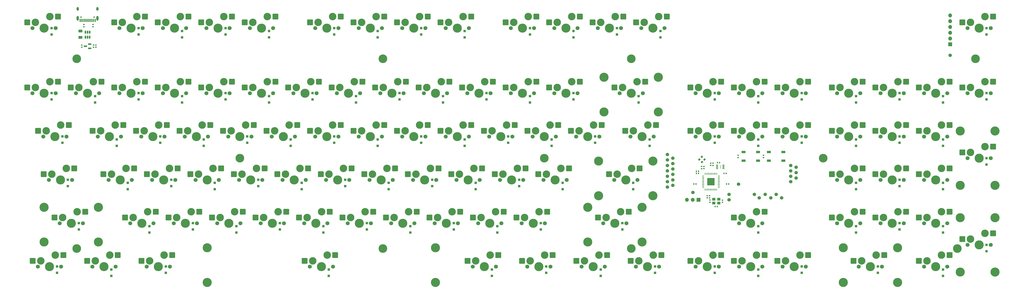
<source format=gbr>
%TF.GenerationSoftware,KiCad,Pcbnew,8.0.8*%
%TF.CreationDate,2025-02-23T09:58:19+01:00*%
%TF.ProjectId,fullsized keybored 3v3,66756c6c-7369-47a6-9564-206b6579626f,rev?*%
%TF.SameCoordinates,Original*%
%TF.FileFunction,Soldermask,Bot*%
%TF.FilePolarity,Negative*%
%FSLAX46Y46*%
G04 Gerber Fmt 4.6, Leading zero omitted, Abs format (unit mm)*
G04 Created by KiCad (PCBNEW 8.0.8) date 2025-02-23 09:58:19*
%MOMM*%
%LPD*%
G01*
G04 APERTURE LIST*
G04 Aperture macros list*
%AMRoundRect*
0 Rectangle with rounded corners*
0 $1 Rounding radius*
0 $2 $3 $4 $5 $6 $7 $8 $9 X,Y pos of 4 corners*
0 Add a 4 corners polygon primitive as box body*
4,1,4,$2,$3,$4,$5,$6,$7,$8,$9,$2,$3,0*
0 Add four circle primitives for the rounded corners*
1,1,$1+$1,$2,$3*
1,1,$1+$1,$4,$5*
1,1,$1+$1,$6,$7*
1,1,$1+$1,$8,$9*
0 Add four rect primitives between the rounded corners*
20,1,$1+$1,$2,$3,$4,$5,0*
20,1,$1+$1,$4,$5,$6,$7,0*
20,1,$1+$1,$6,$7,$8,$9,0*
20,1,$1+$1,$8,$9,$2,$3,0*%
G04 Aperture macros list end*
%ADD10C,1.500000*%
%ADD11C,3.800000*%
%ADD12C,4.000000*%
%ADD13C,3.987800*%
%ADD14RoundRect,0.250000X0.300000X-0.300000X0.300000X0.300000X-0.300000X0.300000X-0.300000X-0.300000X0*%
%ADD15RoundRect,0.140000X-0.170000X0.140000X-0.170000X-0.140000X0.170000X-0.140000X0.170000X0.140000X0*%
%ADD16RoundRect,0.140000X0.170000X-0.140000X0.170000X0.140000X-0.170000X0.140000X-0.170000X-0.140000X0*%
%ADD17C,1.750000*%
%ADD18C,3.300000*%
%ADD19RoundRect,0.250000X1.025000X1.000000X-1.025000X1.000000X-1.025000X-1.000000X1.025000X-1.000000X0*%
%ADD20RoundRect,0.150000X0.150000X-0.512500X0.150000X0.512500X-0.150000X0.512500X-0.150000X-0.512500X0*%
%ADD21R,0.900000X0.300000*%
%ADD22R,0.250000X1.650000*%
%ADD23RoundRect,0.250000X-0.625000X0.375000X-0.625000X-0.375000X0.625000X-0.375000X0.625000X0.375000X0*%
%ADD24RoundRect,0.140000X-0.140000X-0.170000X0.140000X-0.170000X0.140000X0.170000X-0.140000X0.170000X0*%
%ADD25RoundRect,0.150000X0.587500X0.150000X-0.587500X0.150000X-0.587500X-0.150000X0.587500X-0.150000X0*%
%ADD26R,1.700000X1.700000*%
%ADD27O,1.700000X1.700000*%
%ADD28RoundRect,0.140000X0.140000X0.170000X-0.140000X0.170000X-0.140000X-0.170000X0.140000X-0.170000X0*%
%ADD29R,1.700000X1.000000*%
%ADD30RoundRect,0.135000X-0.185000X0.135000X-0.185000X-0.135000X0.185000X-0.135000X0.185000X0.135000X0*%
%ADD31RoundRect,0.135000X0.185000X-0.135000X0.185000X0.135000X-0.185000X0.135000X-0.185000X-0.135000X0*%
%ADD32RoundRect,0.050000X0.387500X0.050000X-0.387500X0.050000X-0.387500X-0.050000X0.387500X-0.050000X0*%
%ADD33RoundRect,0.050000X0.050000X0.387500X-0.050000X0.387500X-0.050000X-0.387500X0.050000X-0.387500X0*%
%ADD34RoundRect,0.144000X1.456000X1.456000X-1.456000X1.456000X-1.456000X-1.456000X1.456000X-1.456000X0*%
%ADD35RoundRect,0.200000X-0.335876X-0.053033X-0.053033X-0.335876X0.335876X0.053033X0.053033X0.335876X0*%
%ADD36R,1.400000X1.200000*%
%ADD37C,0.650000*%
%ADD38R,0.600000X1.450000*%
%ADD39R,0.300000X1.450000*%
%ADD40O,1.000000X1.600000*%
%ADD41O,1.000000X2.100000*%
G04 APERTURE END LIST*
D10*
%TO.C,J31*%
X299243750Y-106362500D03*
%TD*%
%TO.C,J29*%
X299243750Y-108743750D03*
%TD*%
%TO.C,J23*%
X299243750Y-115887500D03*
%TD*%
%TO.C,J21*%
X299243750Y-118268750D03*
%TD*%
%TO.C,J11*%
X353218750Y-113506250D03*
%TD*%
%TO.C,J14*%
X330357184Y-117008098D03*
%TD*%
D11*
%TO.C,H7*%
X283368750Y-145256250D03*
%TD*%
D10*
%TO.C,J10*%
X326231250Y-123825000D03*
%TD*%
%TO.C,J30*%
X301625000Y-107950000D03*
%TD*%
%TO.C,J32*%
X301625000Y-105568750D03*
%TD*%
%TO.C,J33*%
X299243750Y-103981250D03*
%TD*%
%TO.C,J28*%
X301625000Y-110331250D03*
%TD*%
D12*
%TO.C,S7*%
X442753750Y-131762500D03*
D13*
X427513750Y-131762500D03*
D12*
X442753750Y-155575000D03*
D13*
X427513750Y-155575000D03*
%TD*%
D10*
%TO.C,J25*%
X299243750Y-113506250D03*
%TD*%
D11*
%TO.C,H8*%
X426243750Y-145256250D03*
%TD*%
%TO.C,H3*%
X283368750Y-61912500D03*
%TD*%
D12*
%TO.C,S8*%
X442753750Y-93662500D03*
D13*
X427513750Y-93662500D03*
D12*
X442753750Y-117475000D03*
D13*
X427513750Y-117475000D03*
%TD*%
D10*
%TO.C,J16*%
X346868750Y-121443750D03*
%TD*%
D11*
%TO.C,H11*%
X367506250Y-105568750D03*
%TD*%
D10*
%TO.C,J20*%
X337343750Y-121443750D03*
%TD*%
%TO.C,J26*%
X301625000Y-112712500D03*
%TD*%
D11*
%TO.C,H1*%
X40481250Y-61912500D03*
%TD*%
D10*
%TO.C,J19*%
X339437500Y-123031250D03*
%TD*%
%TO.C,J24*%
X301625000Y-115093750D03*
%TD*%
%TO.C,J17*%
X344487500Y-123031250D03*
%TD*%
%TO.C,J4*%
X326231250Y-121443750D03*
%TD*%
D11*
%TO.C,H2*%
X174625000Y-61912500D03*
%TD*%
D12*
%TO.C,S2*%
X26193750Y-127158750D03*
D13*
X26193750Y-142398750D03*
D12*
X50006250Y-127158750D03*
D13*
X50006250Y-142398750D03*
%TD*%
D10*
%TO.C,J6*%
X355600000Y-109537500D03*
%TD*%
D11*
%TO.C,H4*%
X434181250Y-61912500D03*
%TD*%
%TO.C,H5*%
X40481250Y-145256250D03*
%TD*%
%TO.C,H6*%
X174625000Y-145256250D03*
%TD*%
D10*
%TO.C,J15*%
X349250000Y-123031250D03*
%TD*%
%TO.C,J27*%
X299243750Y-111125000D03*
%TD*%
%TO.C,J18*%
X342106250Y-121443750D03*
%TD*%
D12*
%TO.C,S3*%
X264318750Y-127158750D03*
D13*
X264318750Y-142398750D03*
D12*
X288131250Y-127158750D03*
D13*
X288131250Y-142398750D03*
%TD*%
D10*
%TO.C,J22*%
X301625000Y-117475000D03*
%TD*%
%TO.C,J13*%
X353218750Y-115887500D03*
%TD*%
%TO.C,J3*%
X310400000Y-120650000D03*
%TD*%
D12*
%TO.C,S1*%
X197643750Y-160178750D03*
D13*
X197643750Y-144938750D03*
D12*
X97631250Y-160178750D03*
D13*
X97631250Y-144938750D03*
%TD*%
D12*
%TO.C,S5*%
X271462500Y-70008750D03*
D13*
X271462500Y-85248750D03*
D12*
X295275000Y-70008750D03*
D13*
X295275000Y-85248750D03*
%TD*%
D11*
%TO.C,H10*%
X245268750Y-105568750D03*
%TD*%
D10*
%TO.C,J12*%
X355600000Y-114300000D03*
%TD*%
%TO.C,J8*%
X355600000Y-111918750D03*
%TD*%
%TO.C,J5*%
X353218750Y-108743750D03*
%TD*%
D12*
%TO.C,S6*%
X400050000Y-160178750D03*
D13*
X400050000Y-144938750D03*
D12*
X376237500Y-160178750D03*
D13*
X376237500Y-144938750D03*
%TD*%
D10*
%TO.C,J7*%
X353218750Y-111125000D03*
%TD*%
D12*
%TO.C,S4*%
X292893750Y-122078750D03*
D13*
X292893750Y-106838750D03*
D12*
X269081250Y-122078750D03*
D13*
X269081250Y-106838750D03*
%TD*%
D11*
%TO.C,H9*%
X111918750Y-105568750D03*
%TD*%
D10*
%TO.C,J9*%
X423068750Y-60325000D03*
%TD*%
D14*
%TO.C,D4*%
X105676670Y-51187500D03*
X105676670Y-48387500D03*
%TD*%
D15*
%TO.C,C14*%
X317656250Y-122088164D03*
X317656250Y-123048164D03*
%TD*%
D16*
%TO.C,C2*%
X323388496Y-124942500D03*
X323388496Y-123982500D03*
%TD*%
D17*
%TO.C,MX45*%
X212248750Y-96043750D03*
D13*
X207168750Y-96043750D03*
D17*
X202088750Y-96043750D03*
D18*
X203358750Y-93503750D03*
D19*
X199808750Y-93503750D03*
X213258750Y-90963750D03*
D18*
X209708750Y-90963750D03*
%TD*%
D17*
%TO.C,MX98*%
X321786250Y-153193750D03*
D13*
X316706250Y-153193750D03*
D17*
X311626250Y-153193750D03*
D18*
X312896250Y-150653750D03*
D19*
X309346250Y-150653750D03*
X322796250Y-148113750D03*
D18*
X319246250Y-148113750D03*
%TD*%
D20*
%TO.C,U2*%
X46193750Y-52431250D03*
X45243750Y-52431250D03*
X44293750Y-52431250D03*
X44293750Y-50156250D03*
X45243750Y-50156250D03*
X46193750Y-50156250D03*
%TD*%
D17*
%TO.C,MX57*%
X38417500Y-115093750D03*
D13*
X33337500Y-115093750D03*
D17*
X28257500Y-115093750D03*
D18*
X29527500Y-112553750D03*
D19*
X25977500Y-112553750D03*
X39427500Y-110013750D03*
D18*
X35877500Y-110013750D03*
%TD*%
D17*
%TO.C,MX27*%
X259873750Y-76993750D03*
D13*
X254793750Y-76993750D03*
D17*
X249713750Y-76993750D03*
D18*
X250983750Y-74453750D03*
D19*
X247433750Y-74453750D03*
X260883750Y-71913750D03*
D18*
X257333750Y-71913750D03*
%TD*%
D14*
%TO.C,D56*%
X439051670Y-108337500D03*
X439051670Y-105537500D03*
%TD*%
D17*
%TO.C,MX40*%
X116998750Y-96043750D03*
D13*
X111918750Y-96043750D03*
D17*
X106838750Y-96043750D03*
D18*
X108108750Y-93503750D03*
D19*
X104558750Y-93503750D03*
X118008750Y-90963750D03*
D18*
X114458750Y-90963750D03*
%TD*%
D17*
%TO.C,MX60*%
X102711250Y-115093750D03*
D13*
X97631250Y-115093750D03*
D17*
X92551250Y-115093750D03*
D18*
X93821250Y-112553750D03*
D19*
X90271250Y-112553750D03*
X103721250Y-110013750D03*
D18*
X100171250Y-110013750D03*
%TD*%
D14*
%TO.C,D98*%
X319989170Y-155962500D03*
X319989170Y-153162500D03*
%TD*%
D21*
%TO.C,IC1*%
X323818750Y-108631250D03*
X323818750Y-109131250D03*
X323818750Y-109631250D03*
X323818750Y-110131250D03*
X321018750Y-110131250D03*
X321018750Y-109631250D03*
X321018750Y-109131250D03*
X321018750Y-108631250D03*
D22*
X322418750Y-109381250D03*
%TD*%
D17*
%TO.C,MX17*%
X69373750Y-76993750D03*
D13*
X64293750Y-76993750D03*
D17*
X59213750Y-76993750D03*
D18*
X60483750Y-74453750D03*
D19*
X56933750Y-74453750D03*
X70383750Y-71913750D03*
D18*
X66833750Y-71913750D03*
%TD*%
D17*
%TO.C,MX84*%
X281305000Y-134143750D03*
D13*
X276225000Y-134143750D03*
D17*
X271145000Y-134143750D03*
D18*
X272415000Y-131603750D03*
D19*
X268865000Y-131603750D03*
X282315000Y-129063750D03*
D18*
X278765000Y-129063750D03*
%TD*%
D14*
%TO.C,D8*%
X191401670Y-51187500D03*
X191401670Y-48387500D03*
%TD*%
D23*
%TO.C,F1*%
X42068750Y-49706250D03*
X42068750Y-52506250D03*
%TD*%
D14*
%TO.C,D58*%
X62814170Y-119175000D03*
X62814170Y-116375000D03*
%TD*%
%TO.C,D85*%
X339039170Y-138225000D03*
X339039170Y-135425000D03*
%TD*%
D17*
%TO.C,MX33*%
X402748750Y-76993750D03*
D13*
X397668750Y-76993750D03*
D17*
X392588750Y-76993750D03*
D18*
X393858750Y-74453750D03*
D19*
X390308750Y-74453750D03*
X403758750Y-71913750D03*
D18*
X400208750Y-71913750D03*
%TD*%
D17*
%TO.C,MX7*%
X174148750Y-48418750D03*
D13*
X169068750Y-48418750D03*
D17*
X163988750Y-48418750D03*
D18*
X165258750Y-45878750D03*
D19*
X161708750Y-45878750D03*
X175158750Y-43338750D03*
D18*
X171608750Y-43338750D03*
%TD*%
D17*
%TO.C,MX8*%
X193198750Y-48418750D03*
D13*
X188118750Y-48418750D03*
D17*
X183038750Y-48418750D03*
D18*
X184308750Y-45878750D03*
D19*
X180758750Y-45878750D03*
X194208750Y-43338750D03*
D18*
X190658750Y-43338750D03*
%TD*%
D14*
%TO.C,D67*%
X234264170Y-117862500D03*
X234264170Y-115062500D03*
%TD*%
%TO.C,D35*%
X439051670Y-79762500D03*
X439051670Y-76962500D03*
%TD*%
%TO.C,D29*%
X319989170Y-79762500D03*
X319989170Y-76962500D03*
%TD*%
%TO.C,D24*%
X200926670Y-81075000D03*
X200926670Y-78275000D03*
%TD*%
D17*
%TO.C,MX18*%
X88423750Y-76993750D03*
D13*
X83343750Y-76993750D03*
D17*
X78263750Y-76993750D03*
D18*
X79533750Y-74453750D03*
D19*
X75983750Y-74453750D03*
X89433750Y-71913750D03*
D18*
X85883750Y-71913750D03*
%TD*%
D14*
%TO.C,D36*%
X34239170Y-98812500D03*
X34239170Y-96012500D03*
%TD*%
D17*
%TO.C,MX65*%
X197961250Y-115093750D03*
D13*
X192881250Y-115093750D03*
D17*
X187801250Y-115093750D03*
D18*
X189071250Y-112553750D03*
D19*
X185521250Y-112553750D03*
X198971250Y-110013750D03*
D18*
X195421250Y-110013750D03*
%TD*%
D17*
%TO.C,MX80*%
X188436250Y-134143750D03*
D13*
X183356250Y-134143750D03*
D17*
X178276250Y-134143750D03*
D18*
X179546250Y-131603750D03*
D19*
X175996250Y-131603750D03*
X189446250Y-129063750D03*
D18*
X185896250Y-129063750D03*
%TD*%
D14*
%TO.C,D22*%
X162826670Y-81075000D03*
X162826670Y-78275000D03*
%TD*%
%TO.C,D69*%
X284270420Y-119175000D03*
X284270420Y-116375000D03*
%TD*%
D24*
%TO.C,C13*%
X325113750Y-116895613D03*
X326073750Y-116895613D03*
%TD*%
D14*
%TO.C,D34*%
X420001670Y-81075000D03*
X420001670Y-78275000D03*
%TD*%
%TO.C,D41*%
X134251670Y-100125000D03*
X134251670Y-97325000D03*
%TD*%
D17*
%TO.C,MX88*%
X421798750Y-134143750D03*
D13*
X416718750Y-134143750D03*
D17*
X411638750Y-134143750D03*
D18*
X412908750Y-131603750D03*
D19*
X409358750Y-131603750D03*
X422808750Y-129063750D03*
D18*
X419258750Y-129063750D03*
%TD*%
D17*
%TO.C,MX38*%
X78898750Y-96043750D03*
D13*
X73818750Y-96043750D03*
D17*
X68738750Y-96043750D03*
D18*
X70008750Y-93503750D03*
D19*
X66458750Y-93503750D03*
X79908750Y-90963750D03*
D18*
X76358750Y-90963750D03*
%TD*%
D14*
%TO.C,D92*%
X79482920Y-155962500D03*
X79482920Y-153162500D03*
%TD*%
D17*
%TO.C,MX74*%
X74136250Y-134143750D03*
D13*
X69056250Y-134143750D03*
D17*
X63976250Y-134143750D03*
D18*
X65246250Y-131603750D03*
D19*
X61696250Y-131603750D03*
X75146250Y-129063750D03*
D18*
X71596250Y-129063750D03*
%TD*%
D17*
%TO.C,MX66*%
X217011250Y-115093750D03*
D13*
X211931250Y-115093750D03*
D17*
X206851250Y-115093750D03*
D18*
X208121250Y-112553750D03*
D19*
X204571250Y-112553750D03*
X218021250Y-110013750D03*
D18*
X214471250Y-110013750D03*
%TD*%
D14*
%TO.C,D7*%
X172351670Y-52500000D03*
X172351670Y-49700000D03*
%TD*%
D17*
%TO.C,MX71*%
X402748750Y-115093750D03*
D13*
X397668750Y-115093750D03*
D17*
X392588750Y-115093750D03*
D18*
X393858750Y-112553750D03*
D19*
X390308750Y-112553750D03*
X403758750Y-110013750D03*
D18*
X400208750Y-110013750D03*
%TD*%
D24*
%TO.C,C12*%
X324006250Y-112275000D03*
X324966250Y-112275000D03*
%TD*%
D14*
%TO.C,D74*%
X72339170Y-138225000D03*
X72339170Y-135425000D03*
%TD*%
%TO.C,D18*%
X86626670Y-81075000D03*
X86626670Y-78275000D03*
%TD*%
D17*
%TO.C,MX75*%
X93186250Y-134143750D03*
D13*
X88106250Y-134143750D03*
D17*
X83026250Y-134143750D03*
D18*
X84296250Y-131603750D03*
D19*
X80746250Y-131603750D03*
X94196250Y-129063750D03*
D18*
X90646250Y-129063750D03*
%TD*%
D25*
%TO.C,U3*%
X46181250Y-55406250D03*
X46181250Y-57306250D03*
X44306250Y-56356250D03*
%TD*%
D17*
%TO.C,MX39*%
X97948750Y-96043750D03*
D13*
X92868750Y-96043750D03*
D17*
X87788750Y-96043750D03*
D18*
X89058750Y-93503750D03*
D19*
X85508750Y-93503750D03*
X98958750Y-90963750D03*
D18*
X95408750Y-90963750D03*
%TD*%
D17*
%TO.C,MX83*%
X245586250Y-134143750D03*
D13*
X240506250Y-134143750D03*
D17*
X235426250Y-134143750D03*
D18*
X236696250Y-131603750D03*
D19*
X233146250Y-131603750D03*
X246596250Y-129063750D03*
D18*
X243046250Y-129063750D03*
%TD*%
D17*
%TO.C,MX76*%
X112236250Y-134143750D03*
D13*
X107156250Y-134143750D03*
D17*
X102076250Y-134143750D03*
D18*
X103346250Y-131603750D03*
D19*
X99796250Y-131603750D03*
X113246250Y-129063750D03*
D18*
X109696250Y-129063750D03*
%TD*%
D17*
%TO.C,MX78*%
X150336250Y-134143750D03*
D13*
X145256250Y-134143750D03*
D17*
X140176250Y-134143750D03*
D18*
X141446250Y-131603750D03*
D19*
X137896250Y-131603750D03*
X151346250Y-129063750D03*
D18*
X147796250Y-129063750D03*
%TD*%
D17*
%TO.C,MX87*%
X402748750Y-134143750D03*
D13*
X397668750Y-134143750D03*
D17*
X392588750Y-134143750D03*
D18*
X393858750Y-131603750D03*
D19*
X390308750Y-131603750D03*
X403758750Y-129063750D03*
D18*
X400208750Y-129063750D03*
%TD*%
D17*
%TO.C,MX79*%
X169386250Y-134143750D03*
D13*
X164306250Y-134143750D03*
D17*
X159226250Y-134143750D03*
D18*
X160496250Y-131603750D03*
D19*
X156946250Y-131603750D03*
X170396250Y-129063750D03*
D18*
X166846250Y-129063750D03*
%TD*%
D17*
%TO.C,MX95*%
X247967500Y-153193750D03*
D13*
X242887500Y-153193750D03*
D17*
X237807500Y-153193750D03*
D18*
X239077500Y-150653750D03*
D19*
X235527500Y-150653750D03*
X248977500Y-148113750D03*
D18*
X245427500Y-148113750D03*
%TD*%
D26*
%TO.C,J2*%
X423068750Y-55562500D03*
D27*
X423068750Y-53022500D03*
X423068750Y-50482500D03*
X423068750Y-47942500D03*
X423068750Y-45402500D03*
X423068750Y-42862500D03*
%TD*%
D17*
%TO.C,MX1*%
X31273750Y-48418750D03*
D13*
X26193750Y-48418750D03*
D17*
X21113750Y-48418750D03*
D18*
X22383750Y-45878750D03*
D19*
X18833750Y-45878750D03*
X32283750Y-43338750D03*
D18*
X28733750Y-43338750D03*
%TD*%
D14*
%TO.C,D43*%
X172351670Y-100125000D03*
X172351670Y-97325000D03*
%TD*%
%TO.C,D45*%
X210451670Y-100125000D03*
X210451670Y-97325000D03*
%TD*%
D17*
%TO.C,MX93*%
X152717500Y-153193750D03*
D13*
X147637500Y-153193750D03*
D17*
X142557500Y-153193750D03*
D18*
X143827500Y-150653750D03*
D19*
X140277500Y-150653750D03*
X153727500Y-148113750D03*
D18*
X150177500Y-148113750D03*
%TD*%
D14*
%TO.C,D88*%
X420001670Y-138225000D03*
X420001670Y-135425000D03*
%TD*%
D17*
%TO.C,MX22*%
X164623750Y-76993750D03*
D13*
X159543750Y-76993750D03*
D17*
X154463750Y-76993750D03*
D18*
X155733750Y-74453750D03*
D19*
X152183750Y-74453750D03*
X165633750Y-71913750D03*
D18*
X162083750Y-71913750D03*
%TD*%
D17*
%TO.C,MX43*%
X174148750Y-96043750D03*
D13*
X169068750Y-96043750D03*
D17*
X163988750Y-96043750D03*
D18*
X165258750Y-93503750D03*
D19*
X161708750Y-93503750D03*
X175158750Y-90963750D03*
D18*
X171608750Y-90963750D03*
%TD*%
D14*
%TO.C,D19*%
X105676670Y-79762500D03*
X105676670Y-76962500D03*
%TD*%
D17*
%TO.C,MX97*%
X295592500Y-153193750D03*
D13*
X290512500Y-153193750D03*
D17*
X285432500Y-153193750D03*
D18*
X286702500Y-150653750D03*
D19*
X283152500Y-150653750D03*
X296602500Y-148113750D03*
D18*
X293052500Y-148113750D03*
%TD*%
D17*
%TO.C,MX62*%
X140811250Y-115093750D03*
D13*
X135731250Y-115093750D03*
D17*
X130651250Y-115093750D03*
D18*
X131921250Y-112553750D03*
D19*
X128371250Y-112553750D03*
X141821250Y-110013750D03*
D18*
X138271250Y-110013750D03*
%TD*%
D14*
%TO.C,D94*%
X222357920Y-157275000D03*
X222357920Y-154475000D03*
%TD*%
D17*
%TO.C,MX73*%
X43180000Y-134143750D03*
D13*
X38100000Y-134143750D03*
D17*
X33020000Y-134143750D03*
D18*
X34290000Y-131603750D03*
D19*
X30740000Y-131603750D03*
X44190000Y-129063750D03*
D18*
X40640000Y-129063750D03*
%TD*%
D16*
%TO.C,C8*%
X314237070Y-110186989D03*
X314237070Y-109226989D03*
%TD*%
D28*
%TO.C,C3*%
X321093496Y-126843750D03*
X320133496Y-126843750D03*
%TD*%
D16*
%TO.C,C16*%
X42662500Y-56836250D03*
X42662500Y-55876250D03*
%TD*%
D17*
%TO.C,MX2*%
X69373750Y-48418750D03*
D13*
X64293750Y-48418750D03*
D17*
X59213750Y-48418750D03*
D18*
X60483750Y-45878750D03*
D19*
X56933750Y-45878750D03*
X70383750Y-43338750D03*
D18*
X66833750Y-43338750D03*
%TD*%
D14*
%TO.C,D89*%
X439051670Y-146437500D03*
X439051670Y-143637500D03*
%TD*%
D17*
%TO.C,MX15*%
X31273750Y-76993750D03*
D13*
X26193750Y-76993750D03*
D17*
X21113750Y-76993750D03*
D18*
X22383750Y-74453750D03*
D19*
X18833750Y-74453750D03*
X32283750Y-71913750D03*
D18*
X28733750Y-71913750D03*
%TD*%
D17*
%TO.C,MX94*%
X224155000Y-153193750D03*
D13*
X219075000Y-153193750D03*
D17*
X213995000Y-153193750D03*
D18*
X215265000Y-150653750D03*
D19*
X211715000Y-150653750D03*
X225165000Y-148113750D03*
D18*
X221615000Y-148113750D03*
%TD*%
D17*
%TO.C,MX53*%
X383698750Y-96043750D03*
D13*
X378618750Y-96043750D03*
D17*
X373538750Y-96043750D03*
D18*
X374808750Y-93503750D03*
D19*
X371258750Y-93503750D03*
X384708750Y-90963750D03*
D18*
X381158750Y-90963750D03*
%TD*%
D29*
%TO.C,SW1*%
X343718750Y-106675000D03*
X350018750Y-106675000D03*
X343718750Y-102875000D03*
X350018750Y-102875000D03*
%TD*%
D14*
%TO.C,D46*%
X229501670Y-98812500D03*
X229501670Y-96012500D03*
%TD*%
%TO.C,D101*%
X391426670Y-155962500D03*
X391426670Y-153162500D03*
%TD*%
%TO.C,D83*%
X243789170Y-136912500D03*
X243789170Y-134112500D03*
%TD*%
%TO.C,D52*%
X358089170Y-98812500D03*
X358089170Y-96012500D03*
%TD*%
%TO.C,D31*%
X358089170Y-79762500D03*
X358089170Y-76962500D03*
%TD*%
D17*
%TO.C,MX101*%
X393223750Y-153193750D03*
D13*
X388143750Y-153193750D03*
D17*
X383063750Y-153193750D03*
D18*
X384333750Y-150653750D03*
D19*
X380783750Y-150653750D03*
X394233750Y-148113750D03*
D18*
X390683750Y-148113750D03*
%TD*%
D28*
%TO.C,C10*%
X312893750Y-112275000D03*
X311933750Y-112275000D03*
%TD*%
D29*
%TO.C,SWR1*%
X332606250Y-106675000D03*
X338906250Y-106675000D03*
X332606250Y-102875000D03*
X338906250Y-102875000D03*
%TD*%
D14*
%TO.C,D53*%
X381901670Y-100125000D03*
X381901670Y-97325000D03*
%TD*%
%TO.C,D90*%
X31857920Y-155962500D03*
X31857920Y-153162500D03*
%TD*%
D30*
%TO.C,R5*%
X43656250Y-46815000D03*
X43656250Y-47835000D03*
%TD*%
D17*
%TO.C,MX12*%
X278923750Y-48418750D03*
D13*
X273843750Y-48418750D03*
D17*
X268763750Y-48418750D03*
D18*
X270033750Y-45878750D03*
D19*
X266483750Y-45878750D03*
X279933750Y-43338750D03*
D18*
X276383750Y-43338750D03*
%TD*%
D17*
%TO.C,MX41*%
X136048750Y-96043750D03*
D13*
X130968750Y-96043750D03*
D17*
X125888750Y-96043750D03*
D18*
X127158750Y-93503750D03*
D19*
X123608750Y-93503750D03*
X137058750Y-90963750D03*
D18*
X133508750Y-90963750D03*
%TD*%
D16*
%TO.C,C5*%
X319243750Y-108753750D03*
X319243750Y-107793750D03*
%TD*%
D17*
%TO.C,MX92*%
X81280000Y-153193750D03*
D13*
X76200000Y-153193750D03*
D17*
X71120000Y-153193750D03*
D18*
X72390000Y-150653750D03*
D19*
X68840000Y-150653750D03*
X82290000Y-148113750D03*
D18*
X78740000Y-148113750D03*
%TD*%
D16*
%TO.C,C11*%
X318213008Y-108718379D03*
X318213008Y-107758379D03*
%TD*%
D17*
%TO.C,MX4*%
X107473750Y-48418750D03*
D13*
X102393750Y-48418750D03*
D17*
X97313750Y-48418750D03*
D18*
X98583750Y-45878750D03*
D19*
X95033750Y-45878750D03*
X108483750Y-43338750D03*
D18*
X104933750Y-43338750D03*
%TD*%
D24*
%TO.C,C1*%
X321145000Y-107551250D03*
X322105000Y-107551250D03*
%TD*%
D14*
%TO.C,D48*%
X267601670Y-98812500D03*
X267601670Y-96012500D03*
%TD*%
D17*
%TO.C,MX63*%
X159861250Y-115093750D03*
D13*
X154781250Y-115093750D03*
D17*
X149701250Y-115093750D03*
D18*
X150971250Y-112553750D03*
D19*
X147421250Y-112553750D03*
X160871250Y-110013750D03*
D18*
X157321250Y-110013750D03*
%TD*%
D14*
%TO.C,D84*%
X279507920Y-136912500D03*
X279507920Y-134112500D03*
%TD*%
D17*
%TO.C,MX34*%
X421798750Y-76993750D03*
D13*
X416718750Y-76993750D03*
D17*
X411638750Y-76993750D03*
D18*
X412908750Y-74453750D03*
D19*
X409358750Y-74453750D03*
X422808750Y-71913750D03*
D18*
X419258750Y-71913750D03*
%TD*%
D17*
%TO.C,MX3*%
X88423750Y-48418750D03*
D13*
X83343750Y-48418750D03*
D17*
X78263750Y-48418750D03*
D18*
X79533750Y-45878750D03*
D19*
X75983750Y-45878750D03*
X89433750Y-43338750D03*
D18*
X85883750Y-43338750D03*
%TD*%
D15*
%TO.C,C7*%
X47818750Y-55876250D03*
X47818750Y-56836250D03*
%TD*%
D14*
%TO.C,D21*%
X143776670Y-79762500D03*
X143776670Y-76962500D03*
%TD*%
%TO.C,D37*%
X58051670Y-100125000D03*
X58051670Y-97325000D03*
%TD*%
%TO.C,D76*%
X110439170Y-138225000D03*
X110439170Y-135425000D03*
%TD*%
%TO.C,D50*%
X319989170Y-98812500D03*
X319989170Y-96012500D03*
%TD*%
D17*
%TO.C,MX21*%
X145573750Y-76993750D03*
D13*
X140493750Y-76993750D03*
D17*
X135413750Y-76993750D03*
D18*
X136683750Y-74453750D03*
D19*
X133133750Y-74453750D03*
X146583750Y-71913750D03*
D18*
X143033750Y-71913750D03*
%TD*%
D17*
%TO.C,MX96*%
X271780000Y-153193750D03*
D13*
X266700000Y-153193750D03*
D17*
X261620000Y-153193750D03*
D18*
X262890000Y-150653750D03*
D19*
X259340000Y-150653750D03*
X272790000Y-148113750D03*
D18*
X269240000Y-148113750D03*
%TD*%
D17*
%TO.C,MX25*%
X221773750Y-76993750D03*
D13*
X216693750Y-76993750D03*
D17*
X211613750Y-76993750D03*
D18*
X212883750Y-74453750D03*
D19*
X209333750Y-74453750D03*
X222783750Y-71913750D03*
D18*
X219233750Y-71913750D03*
%TD*%
D14*
%TO.C,D14*%
X439051670Y-51187500D03*
X439051670Y-48387500D03*
%TD*%
%TO.C,D78*%
X148539170Y-138225000D03*
X148539170Y-135425000D03*
%TD*%
D17*
%TO.C,MX47*%
X250348750Y-96043750D03*
D13*
X245268750Y-96043750D03*
D17*
X240188750Y-96043750D03*
D18*
X241458750Y-93503750D03*
D19*
X237908750Y-93503750D03*
X251358750Y-90963750D03*
D18*
X247808750Y-90963750D03*
%TD*%
D31*
%TO.C,R4*%
X341312500Y-105285000D03*
X341312500Y-104265000D03*
%TD*%
D17*
%TO.C,MX26*%
X240823750Y-76993750D03*
D13*
X235743750Y-76993750D03*
D17*
X230663750Y-76993750D03*
D18*
X231933750Y-74453750D03*
D19*
X228383750Y-74453750D03*
X241833750Y-71913750D03*
D18*
X238283750Y-71913750D03*
%TD*%
D17*
%TO.C,MX50*%
X321786250Y-96043750D03*
D13*
X316706250Y-96043750D03*
D17*
X311626250Y-96043750D03*
D18*
X312896250Y-93503750D03*
D19*
X309346250Y-93503750D03*
X322796250Y-90963750D03*
D18*
X319246250Y-90963750D03*
%TD*%
D14*
%TO.C,D75*%
X91389170Y-136912500D03*
X91389170Y-134112500D03*
%TD*%
%TO.C,D64*%
X177114170Y-119175000D03*
X177114170Y-116375000D03*
%TD*%
D17*
%TO.C,MX11*%
X259873750Y-48418750D03*
D13*
X254793750Y-48418750D03*
D17*
X249713750Y-48418750D03*
D18*
X250983750Y-45878750D03*
D19*
X247433750Y-45878750D03*
X260883750Y-43338750D03*
D18*
X257333750Y-43338750D03*
%TD*%
D28*
%TO.C,C9*%
X312893750Y-111281250D03*
X311933750Y-111281250D03*
%TD*%
D17*
%TO.C,MX91*%
X57467500Y-153193750D03*
D13*
X52387500Y-153193750D03*
D17*
X47307500Y-153193750D03*
D18*
X48577500Y-150653750D03*
D19*
X45027500Y-150653750D03*
X58477500Y-148113750D03*
D18*
X54927500Y-148113750D03*
%TD*%
D17*
%TO.C,MX67*%
X236061250Y-115093750D03*
D13*
X230981250Y-115093750D03*
D17*
X225901250Y-115093750D03*
D18*
X227171250Y-112553750D03*
D19*
X223621250Y-112553750D03*
X237071250Y-110013750D03*
D18*
X233521250Y-110013750D03*
%TD*%
D14*
%TO.C,D63*%
X158064170Y-117862500D03*
X158064170Y-115062500D03*
%TD*%
D17*
%TO.C,MX30*%
X340836250Y-76993750D03*
D13*
X335756250Y-76993750D03*
D17*
X330676250Y-76993750D03*
D18*
X331946250Y-74453750D03*
D19*
X328396250Y-74453750D03*
X341846250Y-71913750D03*
D18*
X338296250Y-71913750D03*
%TD*%
D14*
%TO.C,D81*%
X205689170Y-136912500D03*
X205689170Y-134112500D03*
%TD*%
%TO.C,D102*%
X420001670Y-157275000D03*
X420001670Y-154475000D03*
%TD*%
%TO.C,D33*%
X400951670Y-79762500D03*
X400951670Y-76962500D03*
%TD*%
D16*
%TO.C,C4*%
X315275000Y-110175000D03*
X315275000Y-109215000D03*
%TD*%
D17*
%TO.C,MX9*%
X212248750Y-48418750D03*
D13*
X207168750Y-48418750D03*
D17*
X202088750Y-48418750D03*
D18*
X203358750Y-45878750D03*
D19*
X199808750Y-45878750D03*
X213258750Y-43338750D03*
D18*
X209708750Y-43338750D03*
%TD*%
D14*
%TO.C,D1*%
X29476670Y-51187500D03*
X29476670Y-48387500D03*
%TD*%
%TO.C,D26*%
X239026670Y-81075000D03*
X239026670Y-78275000D03*
%TD*%
%TO.C,D3*%
X86626670Y-52500000D03*
X86626670Y-49700000D03*
%TD*%
%TO.C,D65*%
X196164170Y-117862500D03*
X196164170Y-115062500D03*
%TD*%
%TO.C,D30*%
X339039170Y-81075000D03*
X339039170Y-78275000D03*
%TD*%
D17*
%TO.C,MX68*%
X255111250Y-115093750D03*
D13*
X250031250Y-115093750D03*
D17*
X244951250Y-115093750D03*
D18*
X246221250Y-112553750D03*
D19*
X242671250Y-112553750D03*
X256121250Y-110013750D03*
D18*
X252571250Y-110013750D03*
%TD*%
D32*
%TO.C,U1*%
X321731250Y-113287500D03*
X321731250Y-113687500D03*
X321731250Y-114087500D03*
X321731250Y-114487500D03*
X321731250Y-114887500D03*
X321731250Y-115287500D03*
X321731250Y-115687500D03*
X321731250Y-116087500D03*
X321731250Y-116487500D03*
X321731250Y-116887500D03*
X321731250Y-117287500D03*
X321731250Y-117687500D03*
X321731250Y-118087500D03*
X321731250Y-118487500D03*
D33*
X320893750Y-119325000D03*
X320493750Y-119325000D03*
X320093750Y-119325000D03*
X319693750Y-119325000D03*
X319293750Y-119325000D03*
X318893750Y-119325000D03*
X318493750Y-119325000D03*
X318093750Y-119325000D03*
X317693750Y-119325000D03*
X317293750Y-119325000D03*
X316893750Y-119325000D03*
X316493750Y-119325000D03*
X316093750Y-119325000D03*
X315693750Y-119325000D03*
D32*
X314856250Y-118487500D03*
X314856250Y-118087500D03*
X314856250Y-117687500D03*
X314856250Y-117287500D03*
X314856250Y-116887500D03*
X314856250Y-116487500D03*
X314856250Y-116087500D03*
X314856250Y-115687500D03*
X314856250Y-115287500D03*
X314856250Y-114887500D03*
X314856250Y-114487500D03*
X314856250Y-114087500D03*
X314856250Y-113687500D03*
X314856250Y-113287500D03*
D33*
X315693750Y-112450000D03*
X316093750Y-112450000D03*
X316493750Y-112450000D03*
X316893750Y-112450000D03*
X317293750Y-112450000D03*
X317693750Y-112450000D03*
X318093750Y-112450000D03*
X318493750Y-112450000D03*
X318893750Y-112450000D03*
X319293750Y-112450000D03*
X319693750Y-112450000D03*
X320093750Y-112450000D03*
X320493750Y-112450000D03*
X320893750Y-112450000D03*
D34*
X318293750Y-115887500D03*
%TD*%
D17*
%TO.C,MX72*%
X421798750Y-115093750D03*
D13*
X416718750Y-115093750D03*
D17*
X411638750Y-115093750D03*
D18*
X412908750Y-112553750D03*
D19*
X409358750Y-112553750D03*
X422808750Y-110013750D03*
D18*
X419258750Y-110013750D03*
%TD*%
D30*
%TO.C,R6*%
X47625000Y-46815000D03*
X47625000Y-47835000D03*
%TD*%
D17*
%TO.C,MX48*%
X269398750Y-96043750D03*
D13*
X264318750Y-96043750D03*
D17*
X259238750Y-96043750D03*
D18*
X260508750Y-93503750D03*
D19*
X256958750Y-93503750D03*
X270408750Y-90963750D03*
D18*
X266858750Y-90963750D03*
%TD*%
D17*
%TO.C,MX52*%
X359886250Y-96043750D03*
D13*
X354806250Y-96043750D03*
D17*
X349726250Y-96043750D03*
D18*
X350996250Y-93503750D03*
D19*
X347446250Y-93503750D03*
X360896250Y-90963750D03*
D18*
X357346250Y-90963750D03*
%TD*%
D17*
%TO.C,MX20*%
X126523750Y-76993750D03*
D13*
X121443750Y-76993750D03*
D17*
X116363750Y-76993750D03*
D18*
X117633750Y-74453750D03*
D19*
X114083750Y-74453750D03*
X127533750Y-71913750D03*
D18*
X123983750Y-71913750D03*
%TD*%
D14*
%TO.C,D23*%
X181876670Y-79762500D03*
X181876670Y-76962500D03*
%TD*%
%TO.C,D15*%
X29476670Y-79762500D03*
X29476670Y-76962500D03*
%TD*%
%TO.C,D71*%
X400951670Y-117862500D03*
X400951670Y-115062500D03*
%TD*%
%TO.C,D82*%
X224739170Y-138225000D03*
X224739170Y-135425000D03*
%TD*%
%TO.C,D96*%
X269982920Y-157275000D03*
X269982920Y-154475000D03*
%TD*%
%TO.C,D54*%
X400951670Y-98812500D03*
X400951670Y-96012500D03*
%TD*%
D17*
%TO.C,MX32*%
X383698750Y-76993750D03*
D13*
X378618750Y-76993750D03*
D17*
X373538750Y-76993750D03*
D18*
X374808750Y-74453750D03*
D19*
X371258750Y-74453750D03*
X384708750Y-71913750D03*
D18*
X381158750Y-71913750D03*
%TD*%
D14*
%TO.C,D6*%
X153301670Y-51187500D03*
X153301670Y-48387500D03*
%TD*%
D17*
%TO.C,MX51*%
X340836250Y-96043750D03*
D13*
X335756250Y-96043750D03*
D17*
X330676250Y-96043750D03*
D18*
X331946250Y-93503750D03*
D19*
X328396250Y-93503750D03*
X341846250Y-90963750D03*
D18*
X338296250Y-90963750D03*
%TD*%
D15*
%TO.C,C6*%
X316644746Y-122081250D03*
X316644746Y-123041250D03*
%TD*%
D35*
%TO.C,R2*%
X313180951Y-106123555D03*
X314347677Y-107290281D03*
%TD*%
D14*
%TO.C,D44*%
X191401670Y-98812500D03*
X191401670Y-96012500D03*
%TD*%
%TO.C,D59*%
X81864170Y-117862500D03*
X81864170Y-115062500D03*
%TD*%
D17*
%TO.C,MX36*%
X36036250Y-96043750D03*
D13*
X30956250Y-96043750D03*
D17*
X25876250Y-96043750D03*
D18*
X27146250Y-93503750D03*
D19*
X23596250Y-93503750D03*
X37046250Y-90963750D03*
D18*
X33496250Y-90963750D03*
%TD*%
D14*
%TO.C,D39*%
X96151670Y-100125000D03*
X96151670Y-97325000D03*
%TD*%
%TO.C,D28*%
X286651670Y-81075000D03*
X286651670Y-78275000D03*
%TD*%
%TO.C,D73*%
X41382920Y-136912500D03*
X41382920Y-134112500D03*
%TD*%
D31*
%TO.C,R8*%
X317838496Y-124972500D03*
X317838496Y-123952500D03*
%TD*%
D17*
%TO.C,MX102*%
X421798750Y-153193750D03*
D13*
X416718750Y-153193750D03*
D17*
X411638750Y-153193750D03*
D18*
X412908750Y-150653750D03*
D19*
X409358750Y-150653750D03*
X422808750Y-148113750D03*
D18*
X419258750Y-148113750D03*
%TD*%
D17*
%TO.C,MX64*%
X178911250Y-115093750D03*
D13*
X173831250Y-115093750D03*
D17*
X168751250Y-115093750D03*
D18*
X170021250Y-112553750D03*
D19*
X166471250Y-112553750D03*
X179921250Y-110013750D03*
D18*
X176371250Y-110013750D03*
%TD*%
D17*
%TO.C,MX69*%
X286067500Y-115093750D03*
D13*
X280987500Y-115093750D03*
D17*
X275907500Y-115093750D03*
D18*
X277177500Y-112553750D03*
D19*
X273627500Y-112553750D03*
X287077500Y-110013750D03*
D18*
X283527500Y-110013750D03*
%TD*%
D17*
%TO.C,MX35*%
X440848750Y-76993750D03*
D13*
X435768750Y-76993750D03*
D17*
X430688750Y-76993750D03*
D18*
X431958750Y-74453750D03*
D19*
X428408750Y-74453750D03*
X441858750Y-71913750D03*
D18*
X438308750Y-71913750D03*
%TD*%
D14*
%TO.C,D47*%
X248551670Y-100125000D03*
X248551670Y-97325000D03*
%TD*%
%TO.C,D97*%
X293795420Y-155962500D03*
X293795420Y-153162500D03*
%TD*%
%TO.C,D10*%
X239026670Y-51187500D03*
X239026670Y-48387500D03*
%TD*%
D28*
%TO.C,C15*%
X311786250Y-116895613D03*
X310826250Y-116895613D03*
%TD*%
D17*
%TO.C,MX82*%
X226536250Y-134143750D03*
D13*
X221456250Y-134143750D03*
D17*
X216376250Y-134143750D03*
D18*
X217646250Y-131603750D03*
D19*
X214096250Y-131603750D03*
X227546250Y-129063750D03*
D18*
X223996250Y-129063750D03*
%TD*%
D14*
%TO.C,D49*%
X291414170Y-100125000D03*
X291414170Y-97325000D03*
%TD*%
%TO.C,D42*%
X153301670Y-98812500D03*
X153301670Y-96012500D03*
%TD*%
D36*
%TO.C,Y1*%
X319513496Y-123612500D03*
X321713496Y-123612500D03*
X321713496Y-125312500D03*
X319513496Y-125312500D03*
%TD*%
D14*
%TO.C,D13*%
X296176670Y-52500000D03*
X296176670Y-49700000D03*
%TD*%
D17*
%TO.C,MX44*%
X193198750Y-96043750D03*
D13*
X188118750Y-96043750D03*
D17*
X183038750Y-96043750D03*
D18*
X184308750Y-93503750D03*
D19*
X180758750Y-93503750D03*
X194208750Y-90963750D03*
D18*
X190658750Y-90963750D03*
%TD*%
D17*
%TO.C,MX89*%
X440848750Y-143668750D03*
D13*
X435768750Y-143668750D03*
D17*
X430688750Y-143668750D03*
D18*
X431958750Y-141128750D03*
D19*
X428408750Y-141128750D03*
X441858750Y-138588750D03*
D18*
X438308750Y-138588750D03*
%TD*%
D17*
%TO.C,MX55*%
X421798750Y-96043750D03*
D13*
X416718750Y-96043750D03*
D17*
X411638750Y-96043750D03*
D18*
X412908750Y-93503750D03*
D19*
X409358750Y-93503750D03*
X422808750Y-90963750D03*
D18*
X419258750Y-90963750D03*
%TD*%
D14*
%TO.C,D68*%
X253314170Y-119175000D03*
X253314170Y-116375000D03*
%TD*%
D17*
%TO.C,MX23*%
X183673750Y-76993750D03*
D13*
X178593750Y-76993750D03*
D17*
X173513750Y-76993750D03*
D18*
X174783750Y-74453750D03*
D19*
X171233750Y-74453750D03*
X184683750Y-71913750D03*
D18*
X181133750Y-71913750D03*
%TD*%
D17*
%TO.C,MX61*%
X121761250Y-115093750D03*
D13*
X116681250Y-115093750D03*
D17*
X111601250Y-115093750D03*
D18*
X112871250Y-112553750D03*
D19*
X109321250Y-112553750D03*
X122771250Y-110013750D03*
D18*
X119221250Y-110013750D03*
%TD*%
D17*
%TO.C,MX58*%
X64611250Y-115093750D03*
D13*
X59531250Y-115093750D03*
D17*
X54451250Y-115093750D03*
D18*
X55721250Y-112553750D03*
D19*
X52171250Y-112553750D03*
X65621250Y-110013750D03*
D18*
X62071250Y-110013750D03*
%TD*%
D17*
%TO.C,MX46*%
X231298750Y-96043750D03*
D13*
X226218750Y-96043750D03*
D17*
X221138750Y-96043750D03*
D18*
X222408750Y-93503750D03*
D19*
X218858750Y-93503750D03*
X232308750Y-90963750D03*
D18*
X228758750Y-90963750D03*
%TD*%
D26*
%TO.C,SWD1*%
X312896250Y-123825000D03*
D27*
X310356250Y-123825000D03*
X307816250Y-123825000D03*
%TD*%
D14*
%TO.C,D66*%
X215214170Y-119175000D03*
X215214170Y-116375000D03*
%TD*%
%TO.C,D62*%
X139014170Y-119175000D03*
X139014170Y-116375000D03*
%TD*%
D35*
%TO.C,R1*%
X314315573Y-105012175D03*
X315482299Y-106178901D03*
%TD*%
D17*
%TO.C,MX24*%
X202723750Y-76993750D03*
D13*
X197643750Y-76993750D03*
D17*
X192563750Y-76993750D03*
D18*
X193833750Y-74453750D03*
D19*
X190283750Y-74453750D03*
X203733750Y-71913750D03*
D18*
X200183750Y-71913750D03*
%TD*%
D14*
%TO.C,D77*%
X129489170Y-136912500D03*
X129489170Y-134112500D03*
%TD*%
D17*
%TO.C,MX42*%
X155098750Y-96043750D03*
D13*
X150018750Y-96043750D03*
D17*
X144938750Y-96043750D03*
D18*
X146208750Y-93503750D03*
D19*
X142658750Y-93503750D03*
X156108750Y-90963750D03*
D18*
X152558750Y-90963750D03*
%TD*%
D17*
%TO.C,MX54*%
X402748750Y-96043750D03*
D13*
X397668750Y-96043750D03*
D17*
X392588750Y-96043750D03*
D18*
X393858750Y-93503750D03*
D19*
X390308750Y-93503750D03*
X403758750Y-90963750D03*
D18*
X400208750Y-90963750D03*
%TD*%
D14*
%TO.C,D38*%
X77101670Y-98812500D03*
X77101670Y-96012500D03*
%TD*%
%TO.C,D40*%
X115201670Y-98812500D03*
X115201670Y-96012500D03*
%TD*%
%TO.C,D87*%
X400951670Y-136912500D03*
X400951670Y-134112500D03*
%TD*%
D17*
%TO.C,MX28*%
X288448750Y-76993750D03*
D13*
X283368750Y-76993750D03*
D17*
X278288750Y-76993750D03*
D18*
X279558750Y-74453750D03*
D19*
X276008750Y-74453750D03*
X289458750Y-71913750D03*
D18*
X285908750Y-71913750D03*
%TD*%
D14*
%TO.C,D20*%
X124726670Y-81075000D03*
X124726670Y-78275000D03*
%TD*%
%TO.C,D2*%
X67576670Y-51187500D03*
X67576670Y-48387500D03*
%TD*%
%TO.C,D51*%
X339039170Y-100125000D03*
X339039170Y-97325000D03*
%TD*%
%TO.C,D95*%
X246170420Y-155962500D03*
X246170420Y-153162500D03*
%TD*%
D17*
%TO.C,MX49*%
X293211250Y-96043750D03*
D13*
X288131250Y-96043750D03*
D17*
X283051250Y-96043750D03*
D18*
X284321250Y-93503750D03*
D19*
X280771250Y-93503750D03*
X294221250Y-90963750D03*
D18*
X290671250Y-90963750D03*
%TD*%
D14*
%TO.C,D32*%
X381901670Y-81075000D03*
X381901670Y-78275000D03*
%TD*%
%TO.C,D100*%
X358089170Y-155962500D03*
X358089170Y-153162500D03*
%TD*%
D31*
%TO.C,R7*%
X330200000Y-105285000D03*
X330200000Y-104265000D03*
%TD*%
D17*
%TO.C,MX90*%
X33655000Y-153193750D03*
D13*
X28575000Y-153193750D03*
D17*
X23495000Y-153193750D03*
D18*
X24765000Y-150653750D03*
D19*
X21215000Y-150653750D03*
X34665000Y-148113750D03*
D18*
X31115000Y-148113750D03*
%TD*%
D17*
%TO.C,MX16*%
X50323750Y-76993750D03*
D13*
X45243750Y-76993750D03*
D17*
X40163750Y-76993750D03*
D18*
X41433750Y-74453750D03*
D19*
X37883750Y-74453750D03*
X51333750Y-71913750D03*
D18*
X47783750Y-71913750D03*
%TD*%
D17*
%TO.C,MX70*%
X383698750Y-115093750D03*
D13*
X378618750Y-115093750D03*
D17*
X373538750Y-115093750D03*
D18*
X374808750Y-112553750D03*
D19*
X371258750Y-112553750D03*
X384708750Y-110013750D03*
D18*
X381158750Y-110013750D03*
%TD*%
D16*
%TO.C,C17*%
X48912500Y-56836250D03*
X48912500Y-55876250D03*
%TD*%
D17*
%TO.C,MX29*%
X321786250Y-76993750D03*
D13*
X316706250Y-76993750D03*
D17*
X311626250Y-76993750D03*
D18*
X312896250Y-74453750D03*
D19*
X309346250Y-74453750D03*
X322796250Y-71913750D03*
D18*
X319246250Y-71913750D03*
%TD*%
D37*
%TO.C,J1*%
X42353750Y-43575000D03*
X48133750Y-43575000D03*
D38*
X41993750Y-45020000D03*
X42793750Y-45020000D03*
D39*
X43993750Y-45020000D03*
X44993750Y-45020000D03*
X45493750Y-45020000D03*
X46493750Y-45020000D03*
D38*
X47693750Y-45020000D03*
X48493750Y-45020000D03*
X48493750Y-45020000D03*
X47693750Y-45020000D03*
D39*
X46993750Y-45020000D03*
X45993750Y-45020000D03*
X44493750Y-45020000D03*
X43493750Y-45020000D03*
D38*
X42793750Y-45020000D03*
X41993750Y-45020000D03*
D40*
X40923750Y-39925000D03*
D41*
X40923750Y-44105000D03*
D40*
X49563750Y-39925000D03*
D41*
X49563750Y-44105000D03*
%TD*%
D14*
%TO.C,D93*%
X150920420Y-157275000D03*
X150920420Y-154475000D03*
%TD*%
%TO.C,D11*%
X258076670Y-52500000D03*
X258076670Y-49700000D03*
%TD*%
D17*
%TO.C,MX13*%
X297973750Y-48418750D03*
D13*
X292893750Y-48418750D03*
D17*
X287813750Y-48418750D03*
D18*
X289083750Y-45878750D03*
D19*
X285533750Y-45878750D03*
X298983750Y-43338750D03*
D18*
X295433750Y-43338750D03*
%TD*%
D14*
%TO.C,D9*%
X210451670Y-52500000D03*
X210451670Y-49700000D03*
%TD*%
%TO.C,D17*%
X67576670Y-79762500D03*
X67576670Y-76962500D03*
%TD*%
%TO.C,D60*%
X100914170Y-119175000D03*
X100914170Y-116375000D03*
%TD*%
%TO.C,D80*%
X186639170Y-138225000D03*
X186639170Y-135425000D03*
%TD*%
D17*
%TO.C,MX56*%
X440848750Y-105568750D03*
D13*
X435768750Y-105568750D03*
D17*
X430688750Y-105568750D03*
D18*
X431958750Y-103028750D03*
D19*
X428408750Y-103028750D03*
X441858750Y-100488750D03*
D18*
X438308750Y-100488750D03*
%TD*%
D17*
%TO.C,MX31*%
X359886250Y-76993750D03*
D13*
X354806250Y-76993750D03*
D17*
X349726250Y-76993750D03*
D18*
X350996250Y-74453750D03*
D19*
X347446250Y-74453750D03*
X360896250Y-71913750D03*
D18*
X357346250Y-71913750D03*
%TD*%
D14*
%TO.C,D86*%
X381901670Y-138225000D03*
X381901670Y-135425000D03*
%TD*%
%TO.C,D27*%
X258076670Y-79762500D03*
X258076670Y-76962500D03*
%TD*%
D17*
%TO.C,MX99*%
X340836250Y-153193750D03*
D13*
X335756250Y-153193750D03*
D17*
X330676250Y-153193750D03*
D18*
X331946250Y-150653750D03*
D19*
X328396250Y-150653750D03*
X341846250Y-148113750D03*
D18*
X338296250Y-148113750D03*
%TD*%
D14*
%TO.C,D57*%
X36620420Y-117862500D03*
X36620420Y-115062500D03*
%TD*%
D17*
%TO.C,MX85*%
X340836250Y-134143750D03*
D13*
X335756250Y-134143750D03*
D17*
X330676250Y-134143750D03*
D18*
X331946250Y-131603750D03*
D19*
X328396250Y-131603750D03*
X341846250Y-129063750D03*
D18*
X338296250Y-129063750D03*
%TD*%
D17*
%TO.C,MX86*%
X383698750Y-134143750D03*
D13*
X378618750Y-134143750D03*
D17*
X373538750Y-134143750D03*
D18*
X374808750Y-131603750D03*
D19*
X371258750Y-131603750D03*
X384708750Y-129063750D03*
D18*
X381158750Y-129063750D03*
%TD*%
D14*
%TO.C,D55*%
X420001670Y-100125000D03*
X420001670Y-97325000D03*
%TD*%
D17*
%TO.C,MX37*%
X59848750Y-96043750D03*
D13*
X54768750Y-96043750D03*
D17*
X49688750Y-96043750D03*
D18*
X50958750Y-93503750D03*
D19*
X47408750Y-93503750D03*
X60858750Y-90963750D03*
D18*
X57308750Y-90963750D03*
%TD*%
D14*
%TO.C,D61*%
X119964170Y-117862500D03*
X119964170Y-115062500D03*
%TD*%
%TO.C,D79*%
X167589170Y-136912500D03*
X167589170Y-134112500D03*
%TD*%
D17*
%TO.C,MX14*%
X440848750Y-48418750D03*
D13*
X435768750Y-48418750D03*
D17*
X430688750Y-48418750D03*
D18*
X431958750Y-45878750D03*
D19*
X428408750Y-45878750D03*
X441858750Y-43338750D03*
D18*
X438308750Y-43338750D03*
%TD*%
D17*
%TO.C,MX6*%
X155098750Y-48418750D03*
D13*
X150018750Y-48418750D03*
D17*
X144938750Y-48418750D03*
D18*
X146208750Y-45878750D03*
D19*
X142658750Y-45878750D03*
X156108750Y-43338750D03*
D18*
X152558750Y-43338750D03*
%TD*%
D14*
%TO.C,D91*%
X55670420Y-157275000D03*
X55670420Y-154475000D03*
%TD*%
%TO.C,D72*%
X420001670Y-119175000D03*
X420001670Y-116375000D03*
%TD*%
%TO.C,D25*%
X219976670Y-79762500D03*
X219976670Y-76962500D03*
%TD*%
%TO.C,D12*%
X277126670Y-51187500D03*
X277126670Y-48387500D03*
%TD*%
%TO.C,D70*%
X381901670Y-119175000D03*
X381901670Y-116375000D03*
%TD*%
%TO.C,D16*%
X48526670Y-81075000D03*
X48526670Y-78275000D03*
%TD*%
D17*
%TO.C,MX81*%
X207486250Y-134143750D03*
D13*
X202406250Y-134143750D03*
D17*
X197326250Y-134143750D03*
D18*
X198596250Y-131603750D03*
D19*
X195046250Y-131603750D03*
X208496250Y-129063750D03*
D18*
X204946250Y-129063750D03*
%TD*%
D17*
%TO.C,MX19*%
X107473750Y-76993750D03*
D13*
X102393750Y-76993750D03*
D17*
X97313750Y-76993750D03*
D18*
X98583750Y-74453750D03*
D19*
X95033750Y-74453750D03*
X108483750Y-71913750D03*
D18*
X104933750Y-71913750D03*
%TD*%
D17*
%TO.C,MX5*%
X126523750Y-48418750D03*
D13*
X121443750Y-48418750D03*
D17*
X116363750Y-48418750D03*
D18*
X117633750Y-45878750D03*
D19*
X114083750Y-45878750D03*
X127533750Y-43338750D03*
D18*
X123983750Y-43338750D03*
%TD*%
D17*
%TO.C,MX10*%
X240823750Y-48418750D03*
D13*
X235743750Y-48418750D03*
D17*
X230663750Y-48418750D03*
D18*
X231933750Y-45878750D03*
D19*
X228383750Y-45878750D03*
X241833750Y-43338750D03*
D18*
X238283750Y-43338750D03*
%TD*%
D17*
%TO.C,MX100*%
X359886250Y-153193750D03*
D13*
X354806250Y-153193750D03*
D17*
X349726250Y-153193750D03*
D18*
X350996250Y-150653750D03*
D19*
X347446250Y-150653750D03*
X360896250Y-148113750D03*
D18*
X357346250Y-148113750D03*
%TD*%
D14*
%TO.C,D5*%
X124726670Y-52500000D03*
X124726670Y-49700000D03*
%TD*%
D17*
%TO.C,MX77*%
X131286250Y-134143750D03*
D13*
X126206250Y-134143750D03*
D17*
X121126250Y-134143750D03*
D18*
X122396250Y-131603750D03*
D19*
X118846250Y-131603750D03*
X132296250Y-129063750D03*
D18*
X128746250Y-129063750D03*
%TD*%
D17*
%TO.C,MX59*%
X83661250Y-115093750D03*
D13*
X78581250Y-115093750D03*
D17*
X73501250Y-115093750D03*
D18*
X74771250Y-112553750D03*
D19*
X71221250Y-112553750D03*
X84671250Y-110013750D03*
D18*
X81121250Y-110013750D03*
%TD*%
D14*
%TO.C,D99*%
X339039170Y-157275000D03*
X339039170Y-154475000D03*
%TD*%
M02*

</source>
